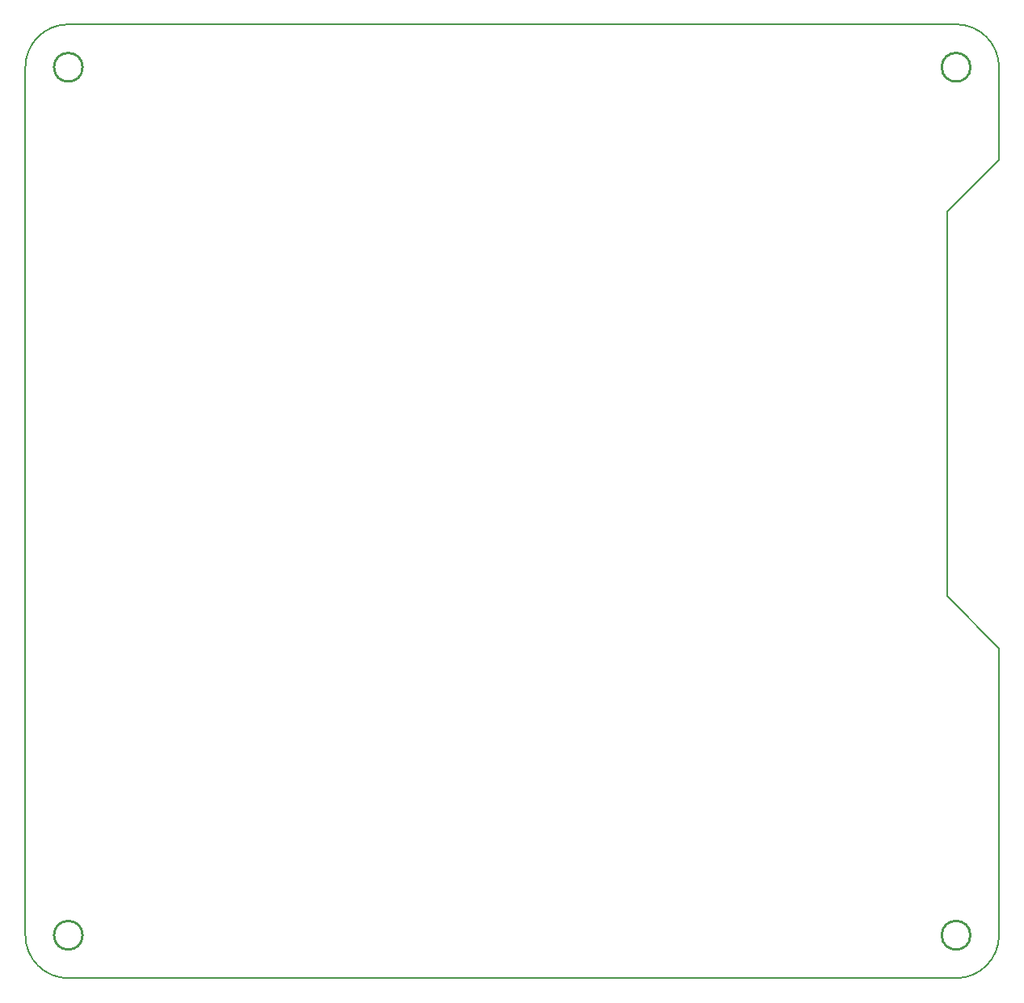
<source format=gbr>
%TF.GenerationSoftware,Altium Limited,Altium Designer,21.6.4 (81)*%
G04 Layer_Color=16711935*
%FSLAX43Y43*%
%MOMM*%
%TF.SameCoordinates,6460C9BA-4ACB-47D4-91E6-0B69D92CFE26*%
%TF.FilePolarity,Positive*%
%TF.FileFunction,Keep-out,Top*%
%TF.Part,Single*%
G01*
G75*
%TA.AperFunction,NonConductor*%
%ADD41C,0.200*%
%ADD42C,0.254*%
D41*
X-0Y4500D02*
G03*
X4500Y0I4500J0D01*
G01*
X97500Y-0D02*
G03*
X102000Y4500I0J4500D01*
G01*
X4500Y100000D02*
G03*
X0Y95500I0J-4500D01*
G01*
X102000D02*
G03*
X97500Y100000I-4500J0D01*
G01*
X102000Y85800D02*
Y95500D01*
X96550Y80350D02*
X102000Y85800D01*
X96550Y40050D02*
Y80350D01*
Y40050D02*
X102000Y34600D01*
X4500Y-0D02*
X97500Y0D01*
X-0Y4500D02*
X-0Y95500D01*
X4500Y100000D02*
X97500Y100000D01*
X102000Y4500D02*
X102000Y34600D01*
D42*
X6000Y95500D02*
G03*
X6000Y95500I-1500J0D01*
G01*
X99000D02*
G03*
X99000Y95500I-1500J0D01*
G01*
X6000Y4500D02*
G03*
X6000Y4500I-1500J0D01*
G01*
X99000D02*
G03*
X99000Y4500I-1500J0D01*
G01*
%TF.MD5,21a327b08e6dc4920a5b968e94d877e1*%
M02*

</source>
